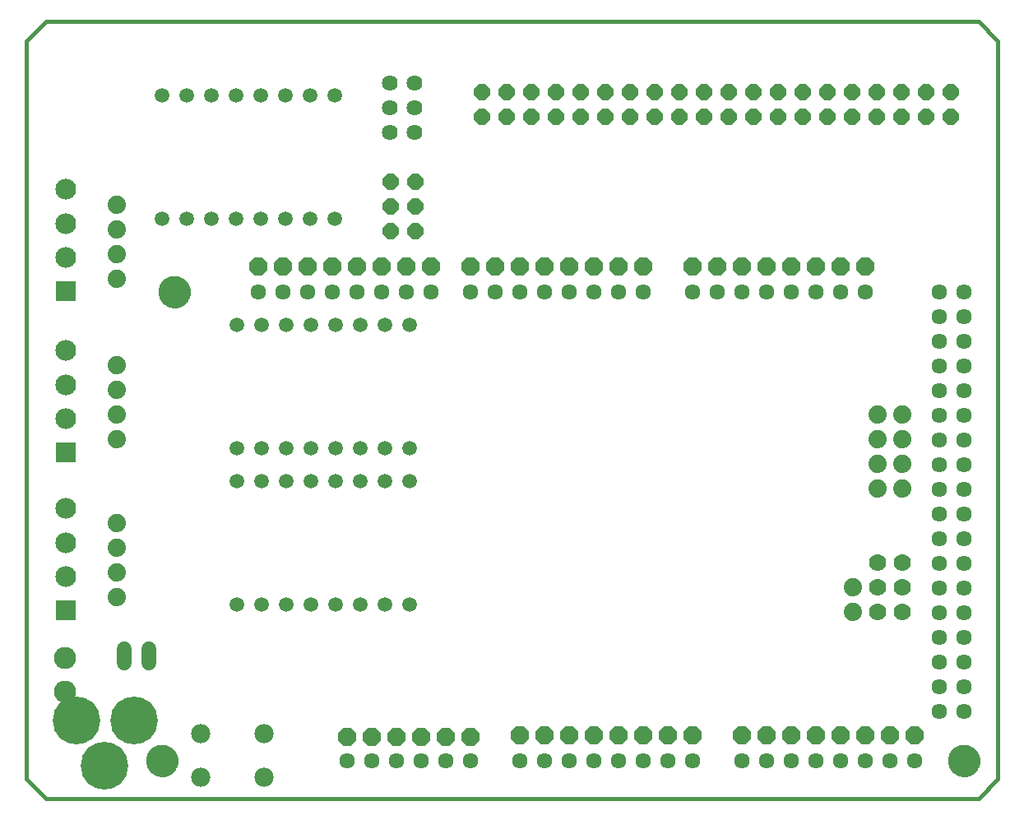
<source format=gbs>
G75*
G70*
%OFA0B0*%
%FSLAX24Y24*%
%IPPOS*%
%LPD*%
%AMOC8*
5,1,8,0,0,1.08239X$1,22.5*
%
%ADD10C,0.0160*%
%ADD11C,0.0634*%
%ADD12C,0.0000*%
%ADD13C,0.1300*%
%ADD14C,0.0740*%
%ADD15C,0.0594*%
%ADD16C,0.0640*%
%ADD17C,0.1930*%
%ADD18C,0.0600*%
%ADD19R,0.0840X0.0840*%
%ADD20C,0.0840*%
%ADD21C,0.0900*%
%ADD22C,0.0780*%
%ADD23OC8,0.0740*%
%ADD24C,0.0700*%
%ADD25OC8,0.0640*%
D10*
X002220Y002007D02*
X003007Y001220D01*
X040803Y001220D01*
X041590Y002007D01*
X041590Y031929D01*
X040803Y032716D01*
X003007Y032716D01*
X002220Y031929D01*
X002220Y002007D01*
D11*
X015220Y002751D03*
X016220Y002751D03*
X017220Y002751D03*
X018220Y002751D03*
X019220Y002751D03*
X020220Y002751D03*
X022220Y002751D03*
X023220Y002751D03*
X024220Y002751D03*
X025220Y002751D03*
X026220Y002751D03*
X027220Y002751D03*
X028220Y002751D03*
X029220Y002751D03*
X031220Y002751D03*
X032220Y002751D03*
X033220Y002751D03*
X034220Y002751D03*
X035220Y002751D03*
X036220Y002751D03*
X037220Y002751D03*
X038220Y002751D03*
X039220Y004751D03*
X040220Y004751D03*
X040220Y005751D03*
X039220Y005751D03*
X039220Y006751D03*
X040220Y006751D03*
X040220Y007751D03*
X039220Y007751D03*
X039220Y008751D03*
X040220Y008751D03*
X040220Y009751D03*
X039220Y009751D03*
X039220Y010751D03*
X040220Y010751D03*
X040220Y011751D03*
X039220Y011751D03*
X039220Y012751D03*
X040220Y012751D03*
X040220Y013751D03*
X039220Y013751D03*
X039220Y014751D03*
X040220Y014751D03*
X040220Y015751D03*
X039220Y015751D03*
X039220Y016751D03*
X040220Y016751D03*
X040220Y017751D03*
X039220Y017751D03*
X039220Y018751D03*
X040220Y018751D03*
X040220Y019751D03*
X039220Y019751D03*
X039220Y020751D03*
X040220Y020751D03*
X040220Y021751D03*
X039220Y021751D03*
X036220Y021751D03*
X035220Y021751D03*
X034220Y021751D03*
X033220Y021751D03*
X032220Y021751D03*
X031220Y021751D03*
X030220Y021751D03*
X029220Y021751D03*
X027220Y021751D03*
X026220Y021751D03*
X025220Y021751D03*
X024220Y021751D03*
X023220Y021751D03*
X022220Y021751D03*
X021220Y021751D03*
X020220Y021751D03*
X018620Y021751D03*
X017620Y021751D03*
X016620Y021751D03*
X015620Y021751D03*
X014620Y021751D03*
X013620Y021751D03*
X012620Y021751D03*
X011620Y021751D03*
D12*
X007590Y021751D02*
X007592Y021801D01*
X007598Y021851D01*
X007608Y021900D01*
X007622Y021948D01*
X007639Y021995D01*
X007660Y022040D01*
X007685Y022084D01*
X007713Y022125D01*
X007745Y022164D01*
X007779Y022201D01*
X007816Y022235D01*
X007856Y022265D01*
X007898Y022292D01*
X007942Y022316D01*
X007988Y022337D01*
X008035Y022353D01*
X008083Y022366D01*
X008133Y022375D01*
X008182Y022380D01*
X008233Y022381D01*
X008283Y022378D01*
X008332Y022371D01*
X008381Y022360D01*
X008429Y022345D01*
X008475Y022327D01*
X008520Y022305D01*
X008563Y022279D01*
X008604Y022250D01*
X008643Y022218D01*
X008679Y022183D01*
X008711Y022145D01*
X008741Y022105D01*
X008768Y022062D01*
X008791Y022018D01*
X008810Y021972D01*
X008826Y021924D01*
X008838Y021875D01*
X008846Y021826D01*
X008850Y021776D01*
X008850Y021726D01*
X008846Y021676D01*
X008838Y021627D01*
X008826Y021578D01*
X008810Y021530D01*
X008791Y021484D01*
X008768Y021440D01*
X008741Y021397D01*
X008711Y021357D01*
X008679Y021319D01*
X008643Y021284D01*
X008604Y021252D01*
X008563Y021223D01*
X008520Y021197D01*
X008475Y021175D01*
X008429Y021157D01*
X008381Y021142D01*
X008332Y021131D01*
X008283Y021124D01*
X008233Y021121D01*
X008182Y021122D01*
X008133Y021127D01*
X008083Y021136D01*
X008035Y021149D01*
X007988Y021165D01*
X007942Y021186D01*
X007898Y021210D01*
X007856Y021237D01*
X007816Y021267D01*
X007779Y021301D01*
X007745Y021338D01*
X007713Y021377D01*
X007685Y021418D01*
X007660Y021462D01*
X007639Y021507D01*
X007622Y021554D01*
X007608Y021602D01*
X007598Y021651D01*
X007592Y021701D01*
X007590Y021751D01*
X007090Y002751D02*
X007092Y002801D01*
X007098Y002851D01*
X007108Y002900D01*
X007122Y002948D01*
X007139Y002995D01*
X007160Y003040D01*
X007185Y003084D01*
X007213Y003125D01*
X007245Y003164D01*
X007279Y003201D01*
X007316Y003235D01*
X007356Y003265D01*
X007398Y003292D01*
X007442Y003316D01*
X007488Y003337D01*
X007535Y003353D01*
X007583Y003366D01*
X007633Y003375D01*
X007682Y003380D01*
X007733Y003381D01*
X007783Y003378D01*
X007832Y003371D01*
X007881Y003360D01*
X007929Y003345D01*
X007975Y003327D01*
X008020Y003305D01*
X008063Y003279D01*
X008104Y003250D01*
X008143Y003218D01*
X008179Y003183D01*
X008211Y003145D01*
X008241Y003105D01*
X008268Y003062D01*
X008291Y003018D01*
X008310Y002972D01*
X008326Y002924D01*
X008338Y002875D01*
X008346Y002826D01*
X008350Y002776D01*
X008350Y002726D01*
X008346Y002676D01*
X008338Y002627D01*
X008326Y002578D01*
X008310Y002530D01*
X008291Y002484D01*
X008268Y002440D01*
X008241Y002397D01*
X008211Y002357D01*
X008179Y002319D01*
X008143Y002284D01*
X008104Y002252D01*
X008063Y002223D01*
X008020Y002197D01*
X007975Y002175D01*
X007929Y002157D01*
X007881Y002142D01*
X007832Y002131D01*
X007783Y002124D01*
X007733Y002121D01*
X007682Y002122D01*
X007633Y002127D01*
X007583Y002136D01*
X007535Y002149D01*
X007488Y002165D01*
X007442Y002186D01*
X007398Y002210D01*
X007356Y002237D01*
X007316Y002267D01*
X007279Y002301D01*
X007245Y002338D01*
X007213Y002377D01*
X007185Y002418D01*
X007160Y002462D01*
X007139Y002507D01*
X007122Y002554D01*
X007108Y002602D01*
X007098Y002651D01*
X007092Y002701D01*
X007090Y002751D01*
X039590Y002751D02*
X039592Y002801D01*
X039598Y002851D01*
X039608Y002900D01*
X039622Y002948D01*
X039639Y002995D01*
X039660Y003040D01*
X039685Y003084D01*
X039713Y003125D01*
X039745Y003164D01*
X039779Y003201D01*
X039816Y003235D01*
X039856Y003265D01*
X039898Y003292D01*
X039942Y003316D01*
X039988Y003337D01*
X040035Y003353D01*
X040083Y003366D01*
X040133Y003375D01*
X040182Y003380D01*
X040233Y003381D01*
X040283Y003378D01*
X040332Y003371D01*
X040381Y003360D01*
X040429Y003345D01*
X040475Y003327D01*
X040520Y003305D01*
X040563Y003279D01*
X040604Y003250D01*
X040643Y003218D01*
X040679Y003183D01*
X040711Y003145D01*
X040741Y003105D01*
X040768Y003062D01*
X040791Y003018D01*
X040810Y002972D01*
X040826Y002924D01*
X040838Y002875D01*
X040846Y002826D01*
X040850Y002776D01*
X040850Y002726D01*
X040846Y002676D01*
X040838Y002627D01*
X040826Y002578D01*
X040810Y002530D01*
X040791Y002484D01*
X040768Y002440D01*
X040741Y002397D01*
X040711Y002357D01*
X040679Y002319D01*
X040643Y002284D01*
X040604Y002252D01*
X040563Y002223D01*
X040520Y002197D01*
X040475Y002175D01*
X040429Y002157D01*
X040381Y002142D01*
X040332Y002131D01*
X040283Y002124D01*
X040233Y002121D01*
X040182Y002122D01*
X040133Y002127D01*
X040083Y002136D01*
X040035Y002149D01*
X039988Y002165D01*
X039942Y002186D01*
X039898Y002210D01*
X039856Y002237D01*
X039816Y002267D01*
X039779Y002301D01*
X039745Y002338D01*
X039713Y002377D01*
X039685Y002418D01*
X039660Y002462D01*
X039639Y002507D01*
X039622Y002554D01*
X039608Y002602D01*
X039598Y002651D01*
X039592Y002701D01*
X039590Y002751D01*
D13*
X040220Y002751D03*
X008220Y021751D03*
X007720Y002751D03*
D14*
X005870Y009389D03*
X005870Y010389D03*
X005870Y011389D03*
X005870Y012389D03*
X005870Y015786D03*
X005870Y016786D03*
X005870Y017786D03*
X005870Y018786D03*
X005870Y022270D03*
X005870Y023270D03*
X005870Y024270D03*
X005870Y025270D03*
X035720Y009770D03*
X035720Y008770D03*
X036720Y013770D03*
X037720Y013770D03*
X037720Y014770D03*
X036720Y014770D03*
X036720Y015770D03*
X037720Y015770D03*
X037720Y016770D03*
X036720Y016770D03*
D15*
X017748Y015417D03*
X016748Y015417D03*
X015748Y015417D03*
X014748Y015417D03*
X013748Y015417D03*
X012748Y015417D03*
X011748Y015417D03*
X010748Y015417D03*
X010767Y014098D03*
X011767Y014098D03*
X012767Y014098D03*
X013767Y014098D03*
X014767Y014098D03*
X015767Y014098D03*
X016767Y014098D03*
X017767Y014098D03*
X017767Y009098D03*
X016767Y009098D03*
X015767Y009098D03*
X014767Y009098D03*
X013767Y009098D03*
X012767Y009098D03*
X011767Y009098D03*
X010767Y009098D03*
X010748Y020417D03*
X011748Y020417D03*
X012748Y020417D03*
X013748Y020417D03*
X014748Y020417D03*
X015748Y020417D03*
X016748Y020417D03*
X017748Y020417D03*
X014720Y024720D03*
X013720Y024720D03*
X012720Y024720D03*
X011720Y024720D03*
X010720Y024720D03*
X009720Y024720D03*
X008720Y024720D03*
X007720Y024720D03*
X007720Y029720D03*
X008720Y029720D03*
X009720Y029720D03*
X010720Y029720D03*
X011720Y029720D03*
X012720Y029720D03*
X013720Y029720D03*
X014720Y029720D03*
D16*
X016936Y030217D03*
X017936Y030217D03*
X017936Y029217D03*
X017936Y028217D03*
X016936Y028217D03*
X016936Y029217D03*
D17*
X006574Y004397D03*
X005393Y002547D03*
X004251Y004397D03*
D18*
X006191Y006730D02*
X006191Y007290D01*
X007191Y007290D02*
X007191Y006730D01*
D19*
X003820Y008842D03*
X003820Y015236D03*
X003820Y021770D03*
D20*
X003820Y023148D03*
X003820Y024526D03*
X003820Y025904D03*
X003820Y019370D03*
X003820Y017992D03*
X003820Y016614D03*
X003820Y012976D03*
X003820Y011598D03*
X003820Y010220D03*
D21*
X003789Y006928D03*
X003789Y005550D03*
D22*
X009290Y003860D03*
X009290Y002080D03*
X011850Y002080D03*
X011850Y003860D03*
D23*
X015220Y003720D03*
X016220Y003720D03*
X017220Y003720D03*
X018220Y003720D03*
X019220Y003720D03*
X020220Y003720D03*
X022220Y003770D03*
X023220Y003770D03*
X024220Y003770D03*
X025220Y003770D03*
X026220Y003770D03*
X027220Y003770D03*
X028220Y003770D03*
X029220Y003770D03*
X031220Y003770D03*
X032220Y003770D03*
X033220Y003770D03*
X034220Y003770D03*
X035220Y003770D03*
X036220Y003770D03*
X037220Y003770D03*
X038220Y003770D03*
X036220Y022770D03*
X035220Y022770D03*
X034220Y022770D03*
X033220Y022770D03*
X032220Y022770D03*
X031220Y022770D03*
X030220Y022770D03*
X029220Y022770D03*
X027220Y022770D03*
X026220Y022770D03*
X025220Y022770D03*
X024220Y022770D03*
X023220Y022770D03*
X022220Y022770D03*
X021220Y022770D03*
X020220Y022770D03*
X018620Y022770D03*
X017620Y022770D03*
X016620Y022770D03*
X015620Y022770D03*
X014620Y022770D03*
X013620Y022770D03*
X012620Y022770D03*
X011620Y022770D03*
D24*
X036720Y010770D03*
X037720Y010770D03*
X037720Y009770D03*
X036720Y009770D03*
X036720Y008770D03*
X037720Y008770D03*
D25*
X017970Y024220D03*
X016970Y024220D03*
X016970Y025220D03*
X017970Y025220D03*
X017970Y026220D03*
X016970Y026220D03*
X020677Y028834D03*
X021677Y028834D03*
X022677Y028834D03*
X023677Y028834D03*
X024677Y028834D03*
X025677Y028834D03*
X026677Y028834D03*
X027677Y028834D03*
X028677Y028834D03*
X029677Y028834D03*
X030677Y028834D03*
X031677Y028834D03*
X032677Y028834D03*
X033677Y028834D03*
X034677Y028834D03*
X035677Y028834D03*
X036677Y028834D03*
X037677Y028834D03*
X038677Y028834D03*
X039677Y028834D03*
X039677Y029834D03*
X038677Y029834D03*
X037677Y029834D03*
X036677Y029834D03*
X035677Y029834D03*
X034677Y029834D03*
X033677Y029834D03*
X032677Y029834D03*
X031677Y029834D03*
X030677Y029834D03*
X029677Y029834D03*
X028677Y029834D03*
X027677Y029834D03*
X026677Y029834D03*
X025677Y029834D03*
X024677Y029834D03*
X023677Y029834D03*
X022677Y029834D03*
X021677Y029834D03*
X020677Y029834D03*
M02*

</source>
